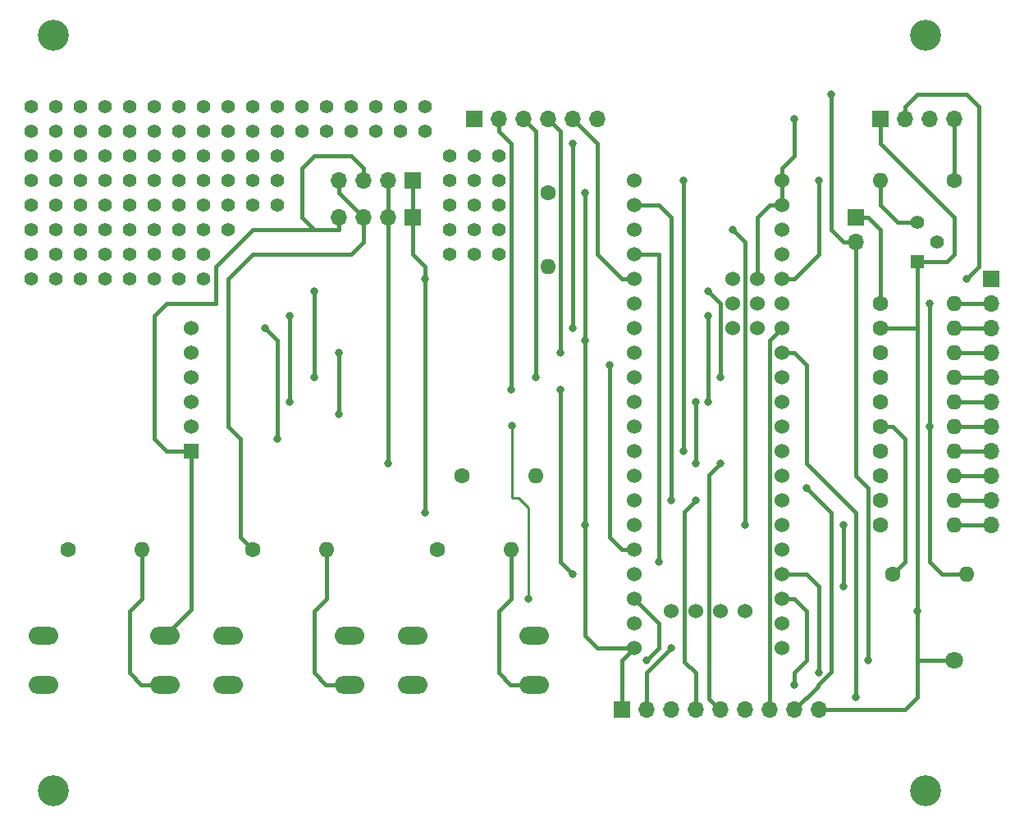
<source format=gbr>
%TF.GenerationSoftware,KiCad,Pcbnew,5.1.5+dfsg1-2build2*%
%TF.CreationDate,2022-09-12T08:37:09+01:00*%
%TF.ProjectId,bluepill-pb1,626c7565-7069-46c6-9c2d-7062312e6b69,rev?*%
%TF.SameCoordinates,Original*%
%TF.FileFunction,Copper,L2,Bot*%
%TF.FilePolarity,Positive*%
%FSLAX46Y46*%
G04 Gerber Fmt 4.6, Leading zero omitted, Abs format (unit mm)*
G04 Created by KiCad (PCBNEW 5.1.5+dfsg1-2build2) date 2022-09-12 08:37:09*
%MOMM*%
%LPD*%
G04 APERTURE LIST*
%TA.AperFunction,ComponentPad*%
%ADD10O,1.700000X1.700000*%
%TD*%
%TA.AperFunction,ComponentPad*%
%ADD11R,1.700000X1.700000*%
%TD*%
%TA.AperFunction,ComponentPad*%
%ADD12O,1.600000X1.600000*%
%TD*%
%TA.AperFunction,ComponentPad*%
%ADD13C,1.600000*%
%TD*%
%TA.AperFunction,ComponentPad*%
%ADD14C,1.800000*%
%TD*%
%TA.AperFunction,ComponentPad*%
%ADD15C,1.524000*%
%TD*%
%TA.AperFunction,ComponentPad*%
%ADD16O,3.048000X1.850000*%
%TD*%
%TA.AperFunction,ComponentPad*%
%ADD17C,1.397000*%
%TD*%
%TA.AperFunction,ComponentPad*%
%ADD18R,1.397000X1.397000*%
%TD*%
%TA.AperFunction,ComponentPad*%
%ADD19R,1.524000X1.524000*%
%TD*%
%TA.AperFunction,ViaPad*%
%ADD20C,1.400000*%
%TD*%
%TA.AperFunction,ViaPad*%
%ADD21C,3.200000*%
%TD*%
%TA.AperFunction,ViaPad*%
%ADD22C,0.800000*%
%TD*%
%TA.AperFunction,Conductor*%
%ADD23C,0.400000*%
%TD*%
%TA.AperFunction,Conductor*%
%ADD24C,0.250000*%
%TD*%
G04 APERTURE END LIST*
D10*
%TO.P,J6,6*%
%TO.N,GND*%
X137160000Y-59690000D03*
%TO.P,J6,5*%
%TO.N,Net-(J6-Pad5)*%
X134620000Y-59690000D03*
%TO.P,J6,4*%
%TO.N,Net-(J6-Pad4)*%
X132080000Y-59690000D03*
%TO.P,J6,3*%
%TO.N,Net-(J6-Pad3)*%
X129540000Y-59690000D03*
%TO.P,J6,2*%
%TO.N,Net-(J6-Pad2)*%
X127000000Y-59690000D03*
D11*
%TO.P,J6,1*%
%TO.N,Net-(A1-Pad2)*%
X124460000Y-59690000D03*
%TD*%
D10*
%TO.P,J7,2*%
%TO.N,Net-(A1-Pad2)*%
X163830000Y-72390000D03*
D11*
%TO.P,J7,1*%
%TO.N,Net-(J7-Pad1)*%
X163830000Y-69850000D03*
%TD*%
D12*
%TO.P,R17,2*%
%TO.N,Net-(J3-Pad2)*%
X130810000Y-96520000D03*
D13*
%TO.P,R17,1*%
%TO.N,+3V3*%
X123190000Y-96520000D03*
%TD*%
D14*
%TO.P,TP1,1*%
%TO.N,GND*%
X173990000Y-115570000D03*
%TD*%
D12*
%TO.P,R16,2*%
%TO.N,Net-(J3-Pad1)*%
X132080000Y-74930000D03*
D13*
%TO.P,R16,1*%
%TO.N,+3V3*%
X132080000Y-67310000D03*
%TD*%
D12*
%TO.P,R15,2*%
%TO.N,Net-(Q1-Pad2)*%
X175260000Y-106680000D03*
D13*
%TO.P,R15,1*%
%TO.N,Net-(R15-Pad1)*%
X167640000Y-106680000D03*
%TD*%
D15*
%TO.P,U1,5V*%
%TO.N,Net-(A1-Pad2)*%
X140970000Y-109220000D03*
%TO.P,U1,3V3*%
%TO.N,+3V3*%
X151130000Y-81280000D03*
%TO.P,U1,PB2*%
%TO.N,N/C*%
X151130000Y-78740000D03*
%TO.P,U1,G*%
%TO.N,GND*%
X151130000Y-76200000D03*
%TO.P,U1,3V3*%
%TO.N,+3V3*%
X153670000Y-81280000D03*
%TO.P,U1,BOOT*%
%TO.N,N/C*%
X153670000Y-78740000D03*
%TO.P,U1,G*%
%TO.N,GND*%
X153670000Y-76200000D03*
X152400000Y-110490000D03*
%TO.P,U1,PA14*%
%TO.N,N/C*%
X149860000Y-110490000D03*
%TO.P,U1,PA13*%
X147320000Y-110490000D03*
%TO.P,U1,3V3*%
%TO.N,+3V3*%
X144780000Y-110490000D03*
%TO.P,U1,G*%
%TO.N,GND*%
X156210000Y-66040000D03*
X156210000Y-68580000D03*
%TO.P,U1,3V3*%
%TO.N,+3V3*%
X156210000Y-71120000D03*
%TO.P,U1,NRST*%
%TO.N,N/C*%
X156210000Y-73660000D03*
%TO.P,U1,PB11*%
%TO.N,Net-(Q1-Pad1)*%
X156210000Y-76200000D03*
%TO.P,U1,PB10*%
%TO.N,N/C*%
X156210000Y-78740000D03*
%TO.P,U1,PB1*%
%TO.N,Net-(J5-Pad7)*%
X156210000Y-81280000D03*
%TO.P,U1,PB0*%
%TO.N,Net-(J5-Pad6)*%
X156210000Y-83820000D03*
%TO.P,U1,PA7*%
%TO.N,Net-(A1-Pad4)*%
X156210000Y-86360000D03*
%TO.P,U1,PA6*%
%TO.N,Net-(A1-Pad3)*%
X156210000Y-88900000D03*
%TO.P,U1,PA5*%
%TO.N,Net-(A1-Pad5)*%
X156210000Y-91440000D03*
%TO.P,U1,PA4*%
%TO.N,Net-(A1-Pad6)*%
X156210000Y-93980000D03*
%TO.P,U1,PA3*%
%TO.N,Net-(J5-Pad5)*%
X156210000Y-96520000D03*
%TO.P,U1,PA2*%
%TO.N,Net-(J5-Pad4)*%
X156210000Y-99060000D03*
%TO.P,U1,PA1*%
%TO.N,Net-(R2-Pad2)*%
X156210000Y-101600000D03*
%TO.P,U1,PA0*%
%TO.N,Net-(R3-Pad2)*%
X156210000Y-104140000D03*
%TO.P,U1,PC15*%
%TO.N,Net-(R1-Pad2)*%
X156210000Y-106680000D03*
%TO.P,U1,PC14*%
%TO.N,Net-(J5-Pad3)*%
X156210000Y-109220000D03*
%TO.P,U1,PC13*%
%TO.N,Net-(J5-Pad2)*%
X156210000Y-111760000D03*
%TO.P,U1,VBAT*%
%TO.N,N/C*%
X156210000Y-114300000D03*
%TO.P,U1,3V3*%
%TO.N,+3V3*%
X140970000Y-114300000D03*
%TO.P,U1,G*%
%TO.N,GND*%
X140970000Y-111760000D03*
%TO.P,U1,PB9*%
%TO.N,Net-(R7-Pad1)*%
X140970000Y-106680000D03*
%TO.P,U1,PB8*%
%TO.N,Net-(R6-Pad1)*%
X140970000Y-104140000D03*
%TO.P,U1,PB7*%
%TO.N,Net-(J3-Pad1)*%
X140970000Y-101600000D03*
%TO.P,U1,PB6*%
%TO.N,Net-(J3-Pad2)*%
X140970000Y-99060000D03*
%TO.P,U1,PB5*%
%TO.N,Net-(J5-Pad8)*%
X140970000Y-96520000D03*
%TO.P,U1,PB4*%
%TO.N,Net-(R8-Pad1)*%
X140970000Y-93980000D03*
%TO.P,U1,PB3*%
%TO.N,Net-(R15-Pad1)*%
X140970000Y-91440000D03*
%TO.P,U1,PA15*%
%TO.N,Net-(J6-Pad2)*%
X140970000Y-88900000D03*
%TO.P,U1,PA12*%
%TO.N,Net-(J6-Pad3)*%
X140970000Y-86360000D03*
%TO.P,U1,PA11*%
%TO.N,Net-(J6-Pad4)*%
X140970000Y-83820000D03*
%TO.P,U1,PA10*%
%TO.N,Net-(J2-Pad3)*%
X140970000Y-81280000D03*
%TO.P,U1,PA9*%
%TO.N,Net-(J2-Pad2)*%
X140970000Y-78740000D03*
%TO.P,U1,PA8*%
%TO.N,Net-(J6-Pad5)*%
X140970000Y-76200000D03*
%TO.P,U1,PB15*%
%TO.N,Net-(R13-Pad1)*%
X140970000Y-73660000D03*
%TO.P,U1,PB14*%
%TO.N,Net-(R12-Pad1)*%
X140970000Y-71120000D03*
%TO.P,U1,PB13*%
%TO.N,Net-(R11-Pad1)*%
X140970000Y-68580000D03*
%TO.P,U1,PB12*%
%TO.N,Net-(R10-Pad1)*%
X140970000Y-66040000D03*
%TD*%
D16*
%TO.P,SW2,2*%
%TO.N,Net-(R2-Pad2)*%
X99060000Y-118030000D03*
%TO.P,SW2,1*%
%TO.N,GND*%
X99060000Y-113030000D03*
%TO.P,SW2,2*%
%TO.N,Net-(R2-Pad2)*%
X111560000Y-118030000D03*
%TO.P,SW2,1*%
%TO.N,GND*%
X111560000Y-113030000D03*
%TD*%
D10*
%TO.P,J5,9*%
%TO.N,GND*%
X160020000Y-120650000D03*
%TO.P,J5,8*%
%TO.N,Net-(J5-Pad8)*%
X157480000Y-120650000D03*
%TO.P,J5,7*%
%TO.N,Net-(J5-Pad7)*%
X154940000Y-120650000D03*
%TO.P,J5,6*%
%TO.N,Net-(J5-Pad6)*%
X152400000Y-120650000D03*
%TO.P,J5,5*%
%TO.N,Net-(J5-Pad5)*%
X149860000Y-120650000D03*
%TO.P,J5,4*%
%TO.N,Net-(J5-Pad4)*%
X147320000Y-120650000D03*
%TO.P,J5,3*%
%TO.N,Net-(J5-Pad3)*%
X144780000Y-120650000D03*
%TO.P,J5,2*%
%TO.N,Net-(J5-Pad2)*%
X142240000Y-120650000D03*
D11*
%TO.P,J5,1*%
%TO.N,+3V3*%
X139700000Y-120650000D03*
%TD*%
D12*
%TO.P,R14,2*%
%TO.N,Net-(Q1-Pad1)*%
X166370000Y-66040000D03*
D13*
%TO.P,R14,1*%
%TO.N,+3V3*%
X173990000Y-66040000D03*
%TD*%
D17*
%TO.P,Q1,1*%
%TO.N,Net-(Q1-Pad1)*%
X170180000Y-70358000D03*
%TO.P,Q1,2*%
%TO.N,Net-(Q1-Pad2)*%
X172212000Y-72390000D03*
D18*
%TO.P,Q1,3*%
%TO.N,GND*%
X170180000Y-74422000D03*
%TD*%
D10*
%TO.P,J4,4*%
%TO.N,+3V3*%
X110490000Y-66040000D03*
%TO.P,J4,3*%
%TO.N,GND*%
X113030000Y-66040000D03*
%TO.P,J4,2*%
%TO.N,Net-(J3-Pad2)*%
X115570000Y-66040000D03*
D11*
%TO.P,J4,1*%
%TO.N,Net-(J3-Pad1)*%
X118110000Y-66040000D03*
%TD*%
D10*
%TO.P,J2,4*%
%TO.N,+3V3*%
X173990000Y-59690000D03*
%TO.P,J2,3*%
%TO.N,Net-(J2-Pad3)*%
X171450000Y-59690000D03*
%TO.P,J2,2*%
%TO.N,Net-(J2-Pad2)*%
X168910000Y-59690000D03*
D11*
%TO.P,J2,1*%
%TO.N,GND*%
X166370000Y-59690000D03*
%TD*%
D10*
%TO.P,J1,11*%
%TO.N,Net-(J1-Pad11)*%
X177800000Y-101600000D03*
%TO.P,J1,10*%
%TO.N,Net-(J1-Pad10)*%
X177800000Y-99060000D03*
%TO.P,J1,9*%
%TO.N,Net-(J1-Pad9)*%
X177800000Y-96520000D03*
%TO.P,J1,8*%
%TO.N,Net-(J1-Pad8)*%
X177800000Y-93980000D03*
%TO.P,J1,7*%
%TO.N,Net-(J1-Pad7)*%
X177800000Y-91440000D03*
%TO.P,J1,6*%
%TO.N,Net-(J1-Pad6)*%
X177800000Y-88900000D03*
%TO.P,J1,5*%
%TO.N,Net-(J1-Pad5)*%
X177800000Y-86360000D03*
%TO.P,J1,4*%
%TO.N,Net-(J1-Pad4)*%
X177800000Y-83820000D03*
%TO.P,J1,3*%
%TO.N,Net-(J1-Pad3)*%
X177800000Y-81280000D03*
%TO.P,J1,2*%
%TO.N,Net-(J1-Pad2)*%
X177800000Y-78740000D03*
D11*
%TO.P,J1,1*%
%TO.N,N/C*%
X177800000Y-76200000D03*
%TD*%
D12*
%TO.P,R13,2*%
%TO.N,Net-(J1-Pad11)*%
X173990000Y-101600000D03*
D13*
%TO.P,R13,1*%
%TO.N,Net-(R13-Pad1)*%
X166370000Y-101600000D03*
%TD*%
D12*
%TO.P,R12,2*%
%TO.N,Net-(J1-Pad10)*%
X173990000Y-99060000D03*
D13*
%TO.P,R12,1*%
%TO.N,Net-(R12-Pad1)*%
X166370000Y-99060000D03*
%TD*%
D12*
%TO.P,R11,2*%
%TO.N,Net-(J1-Pad9)*%
X173990000Y-96520000D03*
D13*
%TO.P,R11,1*%
%TO.N,Net-(R11-Pad1)*%
X166370000Y-96520000D03*
%TD*%
D12*
%TO.P,R10,2*%
%TO.N,Net-(J1-Pad8)*%
X173990000Y-93980000D03*
D13*
%TO.P,R10,1*%
%TO.N,Net-(R10-Pad1)*%
X166370000Y-93980000D03*
%TD*%
D12*
%TO.P,R9,2*%
%TO.N,Net-(J1-Pad7)*%
X173990000Y-91440000D03*
D13*
%TO.P,R9,1*%
%TO.N,Net-(R15-Pad1)*%
X166370000Y-91440000D03*
%TD*%
D12*
%TO.P,R8,2*%
%TO.N,Net-(J1-Pad6)*%
X173990000Y-88900000D03*
D13*
%TO.P,R8,1*%
%TO.N,Net-(R8-Pad1)*%
X166370000Y-88900000D03*
%TD*%
D12*
%TO.P,R7,2*%
%TO.N,Net-(J1-Pad5)*%
X173990000Y-86360000D03*
D13*
%TO.P,R7,1*%
%TO.N,Net-(R7-Pad1)*%
X166370000Y-86360000D03*
%TD*%
D12*
%TO.P,R6,2*%
%TO.N,Net-(J1-Pad4)*%
X173990000Y-83820000D03*
D13*
%TO.P,R6,1*%
%TO.N,Net-(R6-Pad1)*%
X166370000Y-83820000D03*
%TD*%
D12*
%TO.P,R5,2*%
%TO.N,Net-(J1-Pad3)*%
X173990000Y-81280000D03*
D13*
%TO.P,R5,1*%
%TO.N,GND*%
X166370000Y-81280000D03*
%TD*%
D12*
%TO.P,R4,2*%
%TO.N,Net-(J1-Pad2)*%
X173990000Y-78740000D03*
D13*
%TO.P,R4,1*%
%TO.N,Net-(J7-Pad1)*%
X166370000Y-78740000D03*
%TD*%
D16*
%TO.P,SW3,2*%
%TO.N,Net-(R3-Pad2)*%
X118110000Y-118030000D03*
%TO.P,SW3,1*%
%TO.N,GND*%
X118110000Y-113030000D03*
%TO.P,SW3,2*%
%TO.N,Net-(R3-Pad2)*%
X130610000Y-118030000D03*
%TO.P,SW3,1*%
%TO.N,GND*%
X130610000Y-113030000D03*
%TD*%
%TO.P,SW1,2*%
%TO.N,Net-(R1-Pad2)*%
X80010000Y-118030000D03*
%TO.P,SW1,1*%
%TO.N,GND*%
X80010000Y-113030000D03*
%TO.P,SW1,2*%
%TO.N,Net-(R1-Pad2)*%
X92510000Y-118030000D03*
%TO.P,SW1,1*%
%TO.N,GND*%
X92510000Y-113030000D03*
%TD*%
D12*
%TO.P,R3,2*%
%TO.N,Net-(R3-Pad2)*%
X128270000Y-104140000D03*
D13*
%TO.P,R3,1*%
%TO.N,+3V3*%
X120650000Y-104140000D03*
%TD*%
D12*
%TO.P,R2,2*%
%TO.N,Net-(R2-Pad2)*%
X109220000Y-104140000D03*
D13*
%TO.P,R2,1*%
%TO.N,+3V3*%
X101600000Y-104140000D03*
%TD*%
D12*
%TO.P,R1,2*%
%TO.N,Net-(R1-Pad2)*%
X90170000Y-104140000D03*
D13*
%TO.P,R1,1*%
%TO.N,+3V3*%
X82550000Y-104140000D03*
%TD*%
D10*
%TO.P,J3,4*%
%TO.N,GND*%
X110490000Y-69850000D03*
%TO.P,J3,3*%
%TO.N,+3V3*%
X113030000Y-69850000D03*
%TO.P,J3,2*%
%TO.N,Net-(J3-Pad2)*%
X115570000Y-69850000D03*
D11*
%TO.P,J3,1*%
%TO.N,Net-(J3-Pad1)*%
X118110000Y-69850000D03*
%TD*%
D15*
%TO.P,A1,6*%
%TO.N,Net-(A1-Pad6)*%
X95250000Y-81280000D03*
%TO.P,A1,5*%
%TO.N,Net-(A1-Pad5)*%
X95250000Y-83820000D03*
%TO.P,A1,4*%
%TO.N,Net-(A1-Pad4)*%
X95250000Y-86360000D03*
%TO.P,A1,3*%
%TO.N,Net-(A1-Pad3)*%
X95250000Y-88900000D03*
%TO.P,A1,2*%
%TO.N,Net-(A1-Pad2)*%
X95250000Y-91440000D03*
D19*
%TO.P,A1,1*%
%TO.N,GND*%
X95250000Y-93980000D03*
%TD*%
D20*
%TO.N,*%
X78740000Y-58420000D03*
X78740000Y-60960000D03*
X78740000Y-63500000D03*
X78740000Y-66040000D03*
X78740000Y-68580000D03*
X78740000Y-71120000D03*
X78740000Y-73660000D03*
X78740000Y-76200000D03*
X81280000Y-76200000D03*
X81280000Y-73660000D03*
X81280000Y-71120000D03*
X81280000Y-68580000D03*
X81280000Y-66040000D03*
X81280000Y-63500000D03*
X81280000Y-60960000D03*
X81280000Y-58420000D03*
X83820000Y-58420000D03*
X83820000Y-60960000D03*
X83820000Y-63500000D03*
X83820000Y-66040000D03*
X83820000Y-68580000D03*
X83820000Y-71120000D03*
X83820000Y-73660000D03*
X83820000Y-76200000D03*
X86360000Y-76200000D03*
X86360000Y-73660000D03*
X86360000Y-71120000D03*
X86360000Y-68580000D03*
X86360000Y-66040000D03*
X86360000Y-63500000D03*
X86360000Y-60960000D03*
X86360000Y-58420000D03*
X88900000Y-58420000D03*
X88900000Y-60960000D03*
X88900000Y-63500000D03*
X88900000Y-66040000D03*
X88900000Y-68580000D03*
X88900000Y-71120000D03*
X88900000Y-73660000D03*
X88900000Y-76200000D03*
X91440000Y-76200000D03*
X91440000Y-73660000D03*
X91440000Y-71120000D03*
X91440000Y-68580000D03*
X91440000Y-66040000D03*
X91440000Y-63500000D03*
X91440000Y-60960000D03*
X91440000Y-58420000D03*
X93980000Y-58420000D03*
X93980000Y-60960000D03*
X93980000Y-63500000D03*
X93980000Y-66040000D03*
X93980000Y-68580000D03*
X93980000Y-71120000D03*
X93980000Y-73660000D03*
X93980000Y-76200000D03*
X96520000Y-76200000D03*
X96520000Y-73660000D03*
X96520000Y-71120000D03*
X96520000Y-68580000D03*
X96520000Y-66040000D03*
X96520000Y-63500000D03*
X96520000Y-60960000D03*
X96520000Y-58420000D03*
X99060000Y-58420000D03*
X99060000Y-60960000D03*
X99060000Y-63500000D03*
X99060000Y-66040000D03*
X99060000Y-68580000D03*
X99060000Y-71120000D03*
X101600000Y-58420000D03*
X101600000Y-60960000D03*
X104140000Y-60960000D03*
X104140000Y-58420000D03*
X106680000Y-58420000D03*
X106680000Y-60960000D03*
X109220000Y-60960000D03*
X109220000Y-58420000D03*
X111760000Y-58420000D03*
X111760000Y-60960000D03*
X114300000Y-60960000D03*
X114300000Y-58420000D03*
X116840000Y-58420000D03*
X116840000Y-60960000D03*
X119380000Y-60960000D03*
X119380000Y-58420000D03*
X101600000Y-63500000D03*
X101600000Y-66040000D03*
X101600000Y-68580000D03*
X104140000Y-68580000D03*
X104140000Y-66040000D03*
X104140000Y-63500000D03*
X124460000Y-63500000D03*
X127000000Y-63500000D03*
X121920000Y-63500000D03*
X121920000Y-66040000D03*
X124460000Y-66040000D03*
X127000000Y-66040000D03*
X121920000Y-68580000D03*
X124460000Y-68580000D03*
X127000000Y-68580000D03*
X127000000Y-71120000D03*
X121920000Y-71120000D03*
X124460000Y-71120000D03*
X121920000Y-73660000D03*
X124460000Y-73660000D03*
X127000000Y-73660000D03*
D21*
X81000000Y-51000000D03*
X171000000Y-51000000D03*
X171000000Y-129000000D03*
X81000000Y-129000000D03*
D22*
%TO.N,Net-(A1-Pad6)*%
X104140000Y-92710000D03*
X102870000Y-81280000D03*
%TO.N,Net-(A1-Pad5)*%
X110490000Y-90170000D03*
X110490000Y-83820000D03*
%TO.N,Net-(A1-Pad4)*%
X149860000Y-86360000D03*
X148590000Y-77470000D03*
X107950000Y-77470000D03*
X107950000Y-86360000D03*
%TO.N,Net-(A1-Pad3)*%
X148590000Y-88900000D03*
X105410000Y-80010000D03*
X105410000Y-88900000D03*
X148590000Y-80010000D03*
%TO.N,Net-(J2-Pad3)*%
X134620000Y-62230000D03*
X134620000Y-81280000D03*
%TO.N,Net-(J2-Pad2)*%
X175260000Y-76200000D03*
%TO.N,+3V3*%
X135890000Y-101600000D03*
X135890000Y-82550000D03*
X135890000Y-67310000D03*
%TO.N,GND*%
X170180000Y-110490000D03*
X157480000Y-59690000D03*
%TO.N,Net-(R1-Pad2)*%
X160020000Y-116840000D03*
%TO.N,Net-(R2-Pad2)*%
X162560000Y-107950000D03*
X162560000Y-101600000D03*
%TO.N,Net-(J3-Pad2)*%
X115570000Y-95250000D03*
%TO.N,Net-(J3-Pad1)*%
X119380000Y-100330000D03*
X119380000Y-76200000D03*
%TO.N,Net-(R6-Pad1)*%
X138430000Y-85090000D03*
%TO.N,Net-(R7-Pad1)*%
X133350000Y-87630000D03*
X134620000Y-106680000D03*
%TO.N,Net-(R8-Pad1)*%
X147320000Y-88900000D03*
X147320000Y-95250000D03*
%TO.N,Net-(R10-Pad1)*%
X146050000Y-66040000D03*
X146050000Y-93980000D03*
%TO.N,Net-(R11-Pad1)*%
X144780000Y-99060000D03*
%TO.N,Net-(R12-Pad1)*%
X152400000Y-101600000D03*
X151130000Y-71120000D03*
%TO.N,Net-(R13-Pad1)*%
X143510000Y-105410000D03*
%TO.N,Net-(J5-Pad8)*%
X158750000Y-97790000D03*
%TO.N,Net-(J5-Pad6)*%
X163830000Y-119380000D03*
%TO.N,Net-(J5-Pad5)*%
X149860000Y-95250000D03*
%TO.N,Net-(J5-Pad4)*%
X147320000Y-99060000D03*
%TO.N,Net-(J5-Pad3)*%
X157480000Y-118110000D03*
%TO.N,Net-(J5-Pad2)*%
X144780000Y-114300000D03*
%TO.N,Net-(J6-Pad4)*%
X133350000Y-83820000D03*
%TO.N,Net-(J6-Pad3)*%
X130810000Y-86360000D03*
%TO.N,Net-(J6-Pad2)*%
X128270000Y-87630000D03*
%TO.N,Net-(A1-Pad2)*%
X165100000Y-115570000D03*
X142240000Y-115570000D03*
X161290000Y-57150000D03*
%TO.N,Net-(Q1-Pad1)*%
X160020000Y-66040000D03*
%TO.N,Net-(Q1-Pad2)*%
X171450000Y-78740000D03*
X171450000Y-91440000D03*
%TO.N,Net-(A1-Pad2)*%
X128397000Y-91313000D03*
X130048000Y-109220000D03*
%TD*%
D23*
%TO.N,Net-(A1-Pad6)*%
X104140000Y-82550000D02*
X102870000Y-81280000D01*
X104140000Y-92710000D02*
X104140000Y-82550000D01*
%TO.N,Net-(A1-Pad5)*%
X110490000Y-90170000D02*
X110490000Y-83820000D01*
%TO.N,Net-(A1-Pad4)*%
X149860000Y-78740000D02*
X148590000Y-77470000D01*
X149860000Y-86360000D02*
X149860000Y-78740000D01*
X107950000Y-77470000D02*
X107950000Y-86360000D01*
%TO.N,Net-(A1-Pad3)*%
X148590000Y-88900000D02*
X148590000Y-81280000D01*
X105410000Y-80010000D02*
X105410000Y-88900000D01*
X148590000Y-81280000D02*
X148590000Y-80010000D01*
%TO.N,Net-(J1-Pad2)*%
X177800000Y-78740000D02*
X173990000Y-78740000D01*
%TO.N,Net-(J1-Pad7)*%
X173990000Y-91440000D02*
X177800000Y-91440000D01*
%TO.N,Net-(J1-Pad6)*%
X177800000Y-88900000D02*
X173990000Y-88900000D01*
%TO.N,Net-(J1-Pad5)*%
X173990000Y-86360000D02*
X177800000Y-86360000D01*
%TO.N,Net-(J1-Pad4)*%
X177800000Y-83820000D02*
X173990000Y-83820000D01*
%TO.N,Net-(J2-Pad3)*%
X134620000Y-62230000D02*
X134620000Y-80010000D01*
X134620000Y-81280000D02*
X134620000Y-80010000D01*
%TO.N,Net-(J2-Pad2)*%
X175260000Y-76200000D02*
X176530000Y-74930000D01*
X176530000Y-74930000D02*
X176530000Y-58420000D01*
X176530000Y-58420000D02*
X175260000Y-57150000D01*
X175260000Y-57150000D02*
X170180000Y-57150000D01*
X168910000Y-58420000D02*
X168910000Y-59690000D01*
X170180000Y-57150000D02*
X168910000Y-58420000D01*
%TO.N,Net-(J1-Pad11)*%
X173990000Y-101600000D02*
X177800000Y-101600000D01*
%TO.N,Net-(J1-Pad10)*%
X177800000Y-99060000D02*
X173990000Y-99060000D01*
%TO.N,Net-(J1-Pad9)*%
X173990000Y-96520000D02*
X177800000Y-96520000D01*
%TO.N,Net-(J1-Pad8)*%
X177800000Y-93980000D02*
X173990000Y-93980000D01*
%TO.N,+3V3*%
X173990000Y-59690000D02*
X173990000Y-66040000D01*
X99060000Y-91440000D02*
X100330000Y-92710000D01*
X100330000Y-102870000D02*
X101600000Y-104140000D01*
X100330000Y-92710000D02*
X100330000Y-102870000D01*
X140970000Y-114300000D02*
X139700000Y-115570000D01*
X139700000Y-115570000D02*
X139700000Y-120650000D01*
X135890000Y-101600000D02*
X135890000Y-113030000D01*
X137160000Y-114300000D02*
X140970000Y-114300000D01*
X135890000Y-113030000D02*
X137160000Y-114300000D01*
X110490000Y-67310000D02*
X113030000Y-69850000D01*
X110490000Y-66040000D02*
X110490000Y-67310000D01*
X99060000Y-91440000D02*
X99060000Y-76200000D01*
X99060000Y-76200000D02*
X101600000Y-73660000D01*
X101600000Y-73660000D02*
X111760000Y-73660000D01*
X113030000Y-72390000D02*
X113030000Y-69850000D01*
X111760000Y-73660000D02*
X113030000Y-72390000D01*
X135890000Y-82550000D02*
X135890000Y-101600000D01*
X135890000Y-67310000D02*
X135890000Y-82550000D01*
%TO.N,GND*%
X157480000Y-59690000D02*
X157480000Y-59690000D01*
X156210000Y-64770000D02*
X156210000Y-66040000D01*
X157480000Y-63500000D02*
X156210000Y-64770000D01*
X156210000Y-68580000D02*
X156210000Y-66040000D01*
X95250000Y-110290000D02*
X92510000Y-113030000D01*
X95250000Y-93980000D02*
X95250000Y-110290000D01*
X113030000Y-66040000D02*
X113030000Y-64770000D01*
X113030000Y-64770000D02*
X111760000Y-63500000D01*
X111760000Y-63500000D02*
X107950000Y-63500000D01*
X107950000Y-63500000D02*
X106680000Y-64770000D01*
X106680000Y-64770000D02*
X106680000Y-69850000D01*
X106680000Y-69850000D02*
X107950000Y-71120000D01*
X107950000Y-71120000D02*
X110490000Y-71120000D01*
X110490000Y-71120000D02*
X110490000Y-69850000D01*
X170180000Y-74422000D02*
X170180000Y-110490000D01*
X168910000Y-120650000D02*
X160020000Y-120650000D01*
X170180000Y-119380000D02*
X168910000Y-120650000D01*
X166370000Y-81280000D02*
X170180000Y-81280000D01*
X156210000Y-68580000D02*
X154940000Y-68580000D01*
X153670000Y-69850000D02*
X153670000Y-76200000D01*
X154940000Y-68580000D02*
X153670000Y-69850000D01*
X166370000Y-62230000D02*
X166370000Y-59690000D01*
X170180000Y-74422000D02*
X173228000Y-74422000D01*
X173228000Y-74422000D02*
X173990000Y-73660000D01*
X173990000Y-73660000D02*
X173990000Y-69850000D01*
X173990000Y-69850000D02*
X166370000Y-62230000D01*
X97790000Y-74930000D02*
X101600000Y-71120000D01*
X97790000Y-78740000D02*
X97790000Y-74930000D01*
X92710000Y-78740000D02*
X97790000Y-78740000D01*
X95250000Y-93980000D02*
X92710000Y-93980000D01*
X91440000Y-80010000D02*
X92710000Y-78740000D01*
X101600000Y-71120000D02*
X107950000Y-71120000D01*
X92710000Y-93980000D02*
X91440000Y-92710000D01*
X91440000Y-92710000D02*
X91440000Y-80010000D01*
X173990000Y-115570000D02*
X170180000Y-115570000D01*
X170180000Y-115570000D02*
X170180000Y-119380000D01*
X170180000Y-110490000D02*
X170180000Y-115570000D01*
X157480000Y-59690000D02*
X157480000Y-63500000D01*
%TO.N,Net-(R1-Pad2)*%
X90170000Y-104140000D02*
X90170000Y-109220000D01*
X90170000Y-109220000D02*
X88900000Y-110490000D01*
X88900000Y-110490000D02*
X88900000Y-116840000D01*
X90090000Y-118030000D02*
X92510000Y-118030000D01*
X88900000Y-116840000D02*
X90090000Y-118030000D01*
X160020000Y-116840000D02*
X160020000Y-107950000D01*
X158750000Y-106680000D02*
X156210000Y-106680000D01*
X160020000Y-107950000D02*
X158750000Y-106680000D01*
%TO.N,Net-(R2-Pad2)*%
X109220000Y-104140000D02*
X109220000Y-109220000D01*
X109220000Y-109220000D02*
X107950000Y-110490000D01*
X107950000Y-110490000D02*
X107950000Y-116840000D01*
X109140000Y-118030000D02*
X111560000Y-118030000D01*
X107950000Y-116840000D02*
X109140000Y-118030000D01*
X162560000Y-107950000D02*
X162560000Y-101600000D01*
%TO.N,Net-(R3-Pad2)*%
X128270000Y-104140000D02*
X128270000Y-109220000D01*
X128270000Y-109220000D02*
X127000000Y-110490000D01*
X127000000Y-110490000D02*
X127000000Y-116840000D01*
X128190000Y-118030000D02*
X130610000Y-118030000D01*
X127000000Y-116840000D02*
X128190000Y-118030000D01*
%TO.N,Net-(J3-Pad2)*%
X115570000Y-66040000D02*
X115570000Y-69850000D01*
X115570000Y-69850000D02*
X115570000Y-95250000D01*
%TO.N,Net-(J3-Pad1)*%
X118110000Y-66040000D02*
X118110000Y-69850000D01*
X118110000Y-73660000D02*
X118110000Y-69850000D01*
X119380000Y-74930000D02*
X118110000Y-73660000D01*
X119380000Y-76200000D02*
X119380000Y-74930000D01*
X119380000Y-100330000D02*
X119380000Y-76200000D01*
%TO.N,Net-(J1-Pad3)*%
X173990000Y-81280000D02*
X177800000Y-81280000D01*
%TO.N,Net-(R6-Pad1)*%
X138430000Y-85090000D02*
X138430000Y-102870000D01*
X138430000Y-102870000D02*
X139700000Y-104140000D01*
X139700000Y-104140000D02*
X140970000Y-104140000D01*
%TO.N,Net-(R7-Pad1)*%
X133350000Y-105410000D02*
X134620000Y-106680000D01*
X133350000Y-87630000D02*
X133350000Y-105410000D01*
%TO.N,Net-(R8-Pad1)*%
X147320000Y-88900000D02*
X147320000Y-95250000D01*
%TO.N,Net-(R10-Pad1)*%
X146050000Y-66040000D02*
X146050000Y-93980000D01*
%TO.N,Net-(R11-Pad1)*%
X144780000Y-99060000D02*
X144780000Y-69850000D01*
X143510000Y-68580000D02*
X140970000Y-68580000D01*
X144780000Y-69850000D02*
X143510000Y-68580000D01*
%TO.N,Net-(R12-Pad1)*%
X152400000Y-72390000D02*
X151130000Y-71120000D01*
X152400000Y-101600000D02*
X152400000Y-72390000D01*
%TO.N,Net-(R13-Pad1)*%
X143510000Y-105410000D02*
X143510000Y-73660000D01*
X143510000Y-73660000D02*
X140970000Y-73660000D01*
%TO.N,Net-(J5-Pad8)*%
X158750000Y-97790000D02*
X161290000Y-100330000D01*
X161290000Y-116754002D02*
X159934002Y-118110000D01*
X161290000Y-100330000D02*
X161290000Y-116754002D01*
X159934002Y-118195998D02*
X157480000Y-120650000D01*
X159934002Y-118110000D02*
X159934002Y-118195998D01*
%TO.N,Net-(J5-Pad7)*%
X154940000Y-120650000D02*
X154940000Y-82550000D01*
X154940000Y-82550000D02*
X156210000Y-81280000D01*
%TO.N,Net-(J5-Pad6)*%
X156210000Y-83820000D02*
X157480000Y-83820000D01*
X157480000Y-83820000D02*
X158750000Y-85090000D01*
X158750000Y-85090000D02*
X158750000Y-95250000D01*
X158750000Y-95250000D02*
X163830000Y-100330000D01*
X163830000Y-100330000D02*
X163830000Y-119380000D01*
%TO.N,Net-(J5-Pad5)*%
X148697999Y-119487999D02*
X149860000Y-120650000D01*
X148697999Y-96412001D02*
X148697999Y-119487999D01*
X149860000Y-95250000D02*
X148697999Y-96412001D01*
%TO.N,Net-(J5-Pad4)*%
X146157999Y-100222001D02*
X146157999Y-115677999D01*
X147320000Y-99060000D02*
X146157999Y-100222001D01*
X147320000Y-116840000D02*
X147320000Y-120650000D01*
X146157999Y-115677999D02*
X147320000Y-116840000D01*
%TO.N,Net-(J5-Pad3)*%
X156210000Y-109220000D02*
X157480000Y-109220000D01*
X157480000Y-109220000D02*
X158750000Y-110490000D01*
X158750000Y-110490000D02*
X158750000Y-115570000D01*
X158750000Y-115570000D02*
X157480000Y-116840000D01*
X157480000Y-116840000D02*
X157480000Y-118110000D01*
%TO.N,Net-(J5-Pad2)*%
X142240000Y-120650000D02*
X142240000Y-116840000D01*
X142240000Y-116840000D02*
X144780000Y-114300000D01*
%TO.N,Net-(J6-Pad5)*%
X137160000Y-62230000D02*
X134620000Y-59690000D01*
X137160000Y-73660000D02*
X137160000Y-62230000D01*
X139700000Y-76200000D02*
X137160000Y-73660000D01*
X140970000Y-76200000D02*
X139700000Y-76200000D01*
%TO.N,Net-(J6-Pad4)*%
X133350000Y-60960000D02*
X132080000Y-59690000D01*
X133350000Y-83820000D02*
X133350000Y-60960000D01*
%TO.N,Net-(J6-Pad3)*%
X130810000Y-60960000D02*
X129540000Y-59690000D01*
X130810000Y-86360000D02*
X130810000Y-60960000D01*
%TO.N,Net-(J6-Pad2)*%
X128270000Y-87630000D02*
X128270000Y-62230000D01*
X128270000Y-62230000D02*
X127000000Y-60960000D01*
X127000000Y-60960000D02*
X127000000Y-59690000D01*
%TO.N,Net-(A1-Pad2)*%
X163830000Y-72390000D02*
X163830000Y-96520000D01*
X165100000Y-97790000D02*
X165100000Y-115570000D01*
X163830000Y-96520000D02*
X165100000Y-97790000D01*
X143510000Y-111760000D02*
X140970000Y-109220000D01*
X143510000Y-114300000D02*
X143510000Y-111760000D01*
X142240000Y-115570000D02*
X143510000Y-114300000D01*
X163830000Y-72390000D02*
X162560000Y-72390000D01*
X161290000Y-71120000D02*
X161290000Y-57150000D01*
X162560000Y-72390000D02*
X161290000Y-71120000D01*
%TO.N,Net-(Q1-Pad1)*%
X166370000Y-66040000D02*
X166370000Y-68580000D01*
X168148000Y-70358000D02*
X170180000Y-70358000D01*
X166370000Y-68580000D02*
X168148000Y-70358000D01*
X156210000Y-76200000D02*
X157480000Y-76200000D01*
X157480000Y-76200000D02*
X160020000Y-73660000D01*
X160020000Y-66040000D02*
X160020000Y-68580000D01*
X160020000Y-68580000D02*
X160020000Y-67310000D01*
X160020000Y-73660000D02*
X160020000Y-68580000D01*
%TO.N,Net-(Q1-Pad2)*%
X171450000Y-78740000D02*
X171450000Y-91440000D01*
X171450000Y-91440000D02*
X171450000Y-105410000D01*
X172720000Y-106680000D02*
X175260000Y-106680000D01*
X171450000Y-105410000D02*
X172720000Y-106680000D01*
%TO.N,Net-(R15-Pad1)*%
X167640000Y-106680000D02*
X168910000Y-105410000D01*
X168910000Y-105410000D02*
X168910000Y-92710000D01*
X168910000Y-92710000D02*
X167640000Y-91440000D01*
X167640000Y-91440000D02*
X166370000Y-91440000D01*
%TO.N,Net-(J7-Pad1)*%
X163830000Y-69850000D02*
X165100000Y-69850000D01*
X166370000Y-71120000D02*
X166370000Y-78740000D01*
X165100000Y-69850000D02*
X166370000Y-71120000D01*
D24*
%TO.N,Net-(A1-Pad2)*%
X128397000Y-91313000D02*
X128397000Y-95772002D01*
X128397000Y-95772002D02*
X128397000Y-98806000D01*
X128397000Y-98806000D02*
X129032000Y-98806000D01*
X130048000Y-99822000D02*
X130048000Y-109220000D01*
X129032000Y-98806000D02*
X130048000Y-99822000D01*
%TD*%
M02*

</source>
